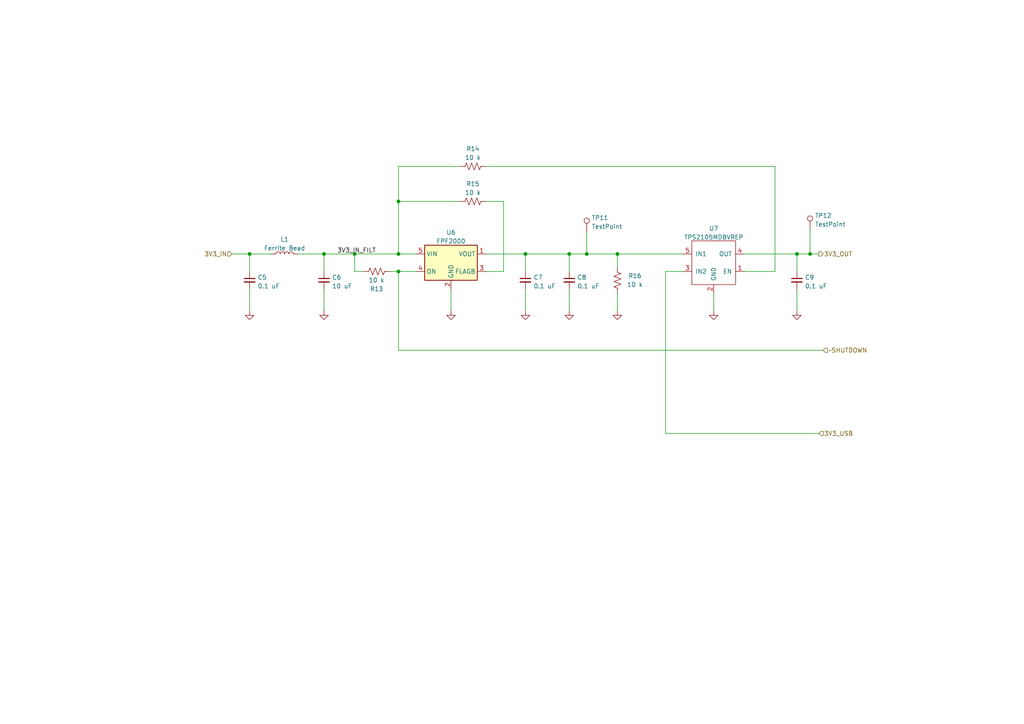
<source format=kicad_sch>
(kicad_sch (version 20211123) (generator eeschema)
  (paper "A4")
  (title_block (title "Avionics Board") (rev "A") (company "SilverSat Limited"))
  (lib_symbols
    (symbol "Connector:TestPoint" (pin_numbers hide) (pin_names (offset 0.762) hide)
      (property "Reference" "TP" (at 0 6.858 0))
      (property "Value" "TestPoint" (at 0 5.08 0))
      (symbol "TestPoint_0_1"
        (circle (center 0 3.302) (radius 0.762))
      )
      (symbol "TestPoint_1_1"
        (pin passive line (at 0 0 90) (length 2.54) (name "1") (number "1"))
      )
    )
    (symbol "Device:C_Small" (pin_numbers hide) (pin_names (offset 0.254) hide)
      (property "Reference" "C" (at 0.254 1.778 0))
      (property "Value" "C_Small" (at 0.254 -2.032 0))
      (symbol "C_Small_0_1"
        (polyline (pts (xy -1.524 -0.508) (xy 1.524 -0.508)) (stroke (width 0.3302)))
        (polyline (pts (xy -1.524 0.508) (xy 1.524 0.508)) (stroke (width 0.3048)))
      )
      (symbol "C_Small_1_1"
        (pin passive line (at 0 2.54 270) (length 2.032) (name "~") (number "1"))
        (pin passive line (at 0 -2.54 90) (length 2.032) (name "~") (number "2"))
      )
    )
    (symbol "Device:L" (pin_numbers hide) (pin_names (offset 1.016) hide)
      (property "Reference" "L" (at -1.27 0 90))
      (property "Value" "L" (at 1.905 0 90))
      (symbol "L_0_1"
        (arc (start 0 -2.54) (mid 0.635 -1.905) (end 0 -1.27))
        (arc (start 0 -1.27) (mid 0.635 -0.635) (end 0 0))
        (arc (start 0 0) (mid 0.635 0.635) (end 0 1.27))
        (arc (start 0 1.27) (mid 0.635 1.905) (end 0 2.54))
      )
      (symbol "L_1_1"
        (pin passive line (at 0 3.81 270) (length 1.27) (name "1") (number "1"))
        (pin passive line (at 0 -3.81 90) (length 1.27) (name "2") (number "2"))
      )
    )
    (symbol "Device:R_US" (pin_numbers hide) (pin_names (offset 0))
      (property "Reference" "R" (at 2.54 0 90))
      (property "Value" "R_US" (at -2.54 0 90))
      (symbol "R_US_0_1"
        (polyline (pts (xy 0 -2.286) (xy 0 -2.54)))
        (polyline (pts (xy 0 2.286) (xy 0 2.54)))
        (polyline (pts (xy 0 -0.762) (xy 1.016 -1.143) (xy 0 -1.524) (xy -1.016 -1.905) (xy 0 -2.286)))
        (polyline (pts (xy 0 0.762) (xy 1.016 0.381) (xy 0 0) (xy -1.016 -0.381) (xy 0 -0.762)))
        (polyline (pts (xy 0 2.286) (xy 1.016 1.905) (xy 0 1.524) (xy -1.016 1.143) (xy 0 0.762)))
      )
      (symbol "R_US_1_1"
        (pin passive line (at 0 3.81 270) (length 1.27) (name "~") (number "1"))
        (pin passive line (at 0 -3.81 90) (length 1.27) (name "~") (number "2"))
      )
    )
    (symbol "Power_Management:FPF2000"
      (property "Reference" "U" (at -7.62 6.35 0))
      (property "Value" "FPF2000" (at 3.81 6.35 0))
      (symbol "FPF2000_0_1"
        (rectangle (start -7.62 5.08) (end 7.62 -5.08) (stroke (width 0.254)) (fill (type background)))
      )
      (symbol "FPF2000_1_1"
        (pin power_out line (at 10.16 2.54 180) (length 2.54) (name "VOUT") (number "1"))
        (pin power_in line (at 0 -7.62 90) (length 2.54) (name "GND") (number "2"))
        (pin open_collector line (at 10.16 -2.54 180) (length 2.54) (name "FLAGB") (number "3"))
        (pin input line (at -10.16 -2.54 0) (length 2.54) (name "ON") (number "4"))
        (pin power_in line (at -10.16 2.54 0) (length 2.54) (name "VIN") (number "5"))
      )
    )
    (symbol "SilverSat_symbols:TPS2105MDBVREP" (pin_names (offset 1.016))
      (property "Reference" "U" (at -1.27 10.795 0))
      (property "Value" "TPS2105MDBVREP" (at 0.635 13.97 0))
      (symbol "TPS2105MDBVREP_0_1"
        (rectangle (start 6.35 -6.35) (end -6.35 6.35))
      )
      (symbol "TPS2105MDBVREP_1_1"
        (pin input line (at 8.89 -2.54 180) (length 2.54) (name "EN") (number "1"))
        (pin output line (at 0 -8.89 90) (length 2.54) (name "GND") (number "2"))
        (pin input line (at -8.89 -2.54 0) (length 2.54) (name "IN2") (number "3"))
        (pin output line (at 8.89 2.54 180) (length 2.54) (name "OUT") (number "4"))
        (pin input line (at -8.89 2.54 0) (length 2.54) (name "IN1") (number "5"))
      )
    )
    (symbol "power:GND" (power) (pin_names (offset 0))
      (property "Value" "GND" (at 0 -3.81 0))
      (symbol "GND_0_1"
        (polyline (pts (xy 0 0) (xy 0 -1.27) (xy 1.27 -1.27) (xy 0 -2.54) (xy -1.27 -1.27) (xy 0 -1.27)))
      )
      (symbol "GND_1_1"
        (pin power_in line (at 0 0 270) (length 0) hide (name "GND") (number "1"))
      )
    )
  )
  (junction (at 102.87 73.66))
  (junction (at 179.07 73.66))
  (junction (at 234.95 73.66))
  (junction (at 72.39 73.66))
  (junction (at 115.57 78.74))
  (junction (at 115.57 73.66))
  (junction (at 152.4 73.66))
  (junction (at 170.18 73.66))
  (junction (at 93.98 73.66))
  (junction (at 115.57 58.42))
  (junction (at 165.1 73.66))
  (junction (at 231.14 73.66))
  (wire (pts (xy 72.39 73.66) (xy 78.74 73.66)))
  (wire (pts (xy 146.05 78.74) (xy 146.05 58.42)))
  (wire (pts (xy 115.57 78.74) (xy 120.65 78.74)))
  (wire (pts (xy 234.95 73.66) (xy 237.49 73.66)))
  (wire (pts (xy 93.98 83.82) (xy 93.98 90.17)))
  (wire (pts (xy 179.07 73.66) (xy 179.07 77.47)))
  (wire (pts (xy 193.04 78.74) (xy 193.04 125.73)))
  (wire (pts (xy 234.95 66.675) (xy 234.95 73.66)))
  (wire (pts (xy 130.81 83.82) (xy 130.81 90.17)))
  (wire (pts (xy 165.1 73.66) (xy 165.1 78.74)))
  (wire (pts (xy 224.79 78.74) (xy 215.9 78.74)))
  (wire (pts (xy 224.79 48.26) (xy 224.79 78.74)))
  (wire (pts (xy 72.39 83.82) (xy 72.39 90.17)))
  (wire (pts (xy 93.98 73.66) (xy 93.98 78.74)))
  (wire (pts (xy 207.01 85.09) (xy 207.01 90.17)))
  (wire (pts (xy 133.35 48.26) (xy 115.57 48.26)))
  (wire (pts (xy 179.07 85.09) (xy 179.07 90.17)))
  (wire (pts (xy 115.57 73.66) (xy 120.65 73.66)))
  (wire (pts (xy 140.97 48.26) (xy 224.79 48.26)))
  (wire (pts (xy 140.97 78.74) (xy 146.05 78.74)))
  (wire (pts (xy 215.9 73.66) (xy 231.14 73.66)))
  (wire (pts (xy 115.57 48.26) (xy 115.57 58.42)))
  (wire (pts (xy 93.98 73.66) (xy 102.87 73.66)))
  (wire (pts (xy 238.76 101.6) (xy 115.57 101.6)))
  (wire (pts (xy 231.14 73.66) (xy 234.95 73.66)))
  (wire (pts (xy 231.14 83.82) (xy 231.14 90.17)))
  (wire (pts (xy 102.87 73.66) (xy 115.57 73.66)))
  (wire (pts (xy 146.05 58.42) (xy 140.97 58.42)))
  (wire (pts (xy 115.57 58.42) (xy 115.57 73.66)))
  (wire (pts (xy 152.4 73.66) (xy 152.4 78.74)))
  (wire (pts (xy 102.87 78.74) (xy 102.87 73.66)))
  (wire (pts (xy 170.18 73.66) (xy 179.07 73.66)))
  (wire (pts (xy 152.4 73.66) (xy 165.1 73.66)))
  (wire (pts (xy 165.1 73.66) (xy 170.18 73.66)))
  (wire (pts (xy 198.12 78.74) (xy 193.04 78.74)))
  (wire (pts (xy 133.35 58.42) (xy 115.57 58.42)))
  (wire (pts (xy 72.39 73.66) (xy 72.39 78.74)))
  (wire (pts (xy 86.36 73.66) (xy 93.98 73.66)))
  (wire (pts (xy 152.4 83.82) (xy 152.4 90.17)))
  (wire (pts (xy 67.31 73.66) (xy 72.39 73.66)))
  (wire (pts (xy 179.07 73.66) (xy 198.12 73.66)))
  (wire (pts (xy 105.41 78.74) (xy 102.87 78.74)))
  (wire (pts (xy 140.97 73.66) (xy 152.4 73.66)))
  (wire (pts (xy 170.18 67.31) (xy 170.18 73.66)))
  (wire (pts (xy 113.03 78.74) (xy 115.57 78.74)))
  (wire (pts (xy 115.57 101.6) (xy 115.57 78.74)))
  (wire (pts (xy 193.04 125.73) (xy 237.49 125.73)))
  (wire (pts (xy 231.14 73.66) (xy 231.14 78.74)))
  (wire (pts (xy 165.1 83.82) (xy 165.1 90.17)))
  (label "3V3_IN_FILT" (at 97.79 73.66 0))
  (hierarchical_label "3V3_IN" (shape input) (at 67.31 73.66 180))
  (hierarchical_label "3V3_USB" (shape input) (at 237.49 125.73 0))
  (hierarchical_label "~SHUTDOWN" (shape input) (at 238.76 101.6 0))
  (hierarchical_label "3V3_OUT" (shape output) (at 237.49 73.66 0))
  (symbol (lib_id "power:GND") (at 231.14 90.17 0) (unit 1)
    (property "Reference" "#PWR042" (effects hide))
    (property "Value" "GND" (effects hide))
  )
  (symbol (lib_id "power:GND") (at 179.07 90.17 0) (unit 1)
    (property "Reference" "#PWR040" (effects hide))
    (property "Value" "GND" (effects hide))
  )
  (symbol (lib_id "Connector:TestPoint") (at 170.18 67.31 0) (unit 1)
    (property "Reference" "TP11" (at 171.577 63.1733 0) (effects (justify left)))
    (property "Value" "TestPoint" (at 171.577 65.7102 0) (effects (justify left)))
    (property "Footprint" "TestPoint:TestPoint_Pad_2.0x2.0mm" (effects hide))
  )
  (symbol (lib_id "Device:C_Small") (at 231.14 81.28 0) (unit 1)
    (property "Reference" "C9" (at 233.4641 80.4516 0) (effects (justify left)))
    (property "Value" "0.1 uF" (at 233.4641 82.9885 0) (effects (justify left)))
    (property "Footprint" "Capacitor_SMD:C_0603_1608Metric" (effects hide))
  )
  (symbol (lib_id "power:GND") (at 72.39 90.17 0) (unit 1)
    (property "Reference" "#PWR0112" (effects hide))
    (property "Value" "GND" (effects hide))
  )
  (symbol (lib_id "Device:C_Small") (at 72.39 81.28 0) (unit 1)
    (property "Reference" "C5" (at 74.7141 80.4516 0) (effects (justify left)))
    (property "Value" "0.1 uF" (at 74.7141 82.9885 0) (effects (justify left)))
    (property "Footprint" "Capacitor_SMD:C_0603_1608Metric" (effects hide))
  )
  (symbol (lib_id "Connector:TestPoint") (at 234.95 66.675 0) (unit 1)
    (property "Reference" "TP12" (at 236.347 62.5383 0) (effects (justify left)))
    (property "Value" "TestPoint" (at 236.347 65.0752 0) (effects (justify left)))
    (property "Footprint" "TestPoint:TestPoint_Pad_2.0x2.0mm" (effects hide))
  )
  (symbol (lib_id "Device:C_Small") (at 165.1 81.28 0) (unit 1)
    (property "Reference" "C8" (at 167.4241 80.4516 0) (effects (justify left)))
    (property "Value" "0.1 uF" (at 167.4241 82.9885 0) (effects (justify left)))
    (property "Footprint" "Capacitor_SMD:C_0603_1608Metric" (effects hide))
  )
  (symbol (lib_id "power:GND") (at 165.1 90.17 0) (unit 1)
    (property "Reference" "#PWR039" (effects hide))
    (property "Value" "GND" (effects hide))
  )
  (symbol (lib_id "power:GND") (at 207.01 90.17 0) (unit 1)
    (property "Reference" "#PWR041" (effects hide))
    (property "Value" "GND" (effects hide))
  )
  (symbol (lib_id "Device:R_US") (at 109.22 78.74 90) (unit 1)
    (property "Reference" "R13" (at 109.22 83.82 90))
    (property "Value" "10 k" (at 109.22 81.28 90))
    (property "Footprint" "Resistor_SMD:R_0603_1608Metric" (effects hide))
    (property "Part_Number" "ERJ-3EKF1002V" (effects hide))
    (property "Manufacturer" "Panasonic" (effects hide))
  )
  (symbol (lib_id "Device:R_US") (at 137.16 58.42 90) (unit 1)
    (property "Reference" "R15" (at 137.16 53.34 90))
    (property "Value" "10 k" (at 137.16 55.88 90))
    (property "Footprint" "Resistor_SMD:R_0603_1608Metric" (effects hide))
    (property "Part_Number" "ERJ-3EKF1002V" (effects hide))
    (property "Manufacturer" "Panasonic" (effects hide))
  )
  (symbol (lib_id "Power_Management:FPF2000") (at 130.81 76.2 0) (unit 1)
    (property "Reference" "U6" (at 130.81 67.4202 0))
    (property "Value" "FPF2000" (at 130.81 69.9571 0))
    (property "Footprint" "Package_TO_SOT_SMD:SOT-353_SC-70-5" (effects hide))
    (property "Datasheet" "https://www.onsemi.com/pub/Collateral/FPF2001-D.pdf" (effects hide))
  )
  (symbol (lib_id "Device:C_Small") (at 152.4 81.28 0) (unit 1)
    (property "Reference" "C7" (at 154.7241 80.4516 0) (effects (justify left)))
    (property "Value" "0.1 uF" (at 154.7241 82.9885 0) (effects (justify left)))
    (property "Footprint" "Capacitor_SMD:C_0603_1608Metric" (effects hide))
  )
  (symbol (lib_id "Device:L") (at 82.55 73.66 90) (unit 1)
    (property "Reference" "L1" (at 82.55 69.4522 90))
    (property "Value" "Ferrite Bead" (at 82.55 71.9891 90))
    (property "Footprint" "Inductor_SMD:L_0603_1608Metric" (effects hide))
    (property "Part_Number" "BLM18SP102SH1D" (effects hide))
    (property "Manufacturer" "Murata" (effects hide))
  )
  (symbol (lib_id "Device:C_Small") (at 93.98 81.28 0) (unit 1)
    (property "Reference" "C6" (at 96.3041 80.4516 0) (effects (justify left)))
    (property "Value" "10 uF" (at 96.3041 82.9885 0) (effects (justify left)))
    (property "Footprint" "Capacitor_SMD:C_2220_5650Metric_Pad1.97x5.40mm_HandSolder" (effects hide))
    (property "Part_Number" "22205C106K4Z4A" (effects hide))
    (property "Manufacturer" "AVX" (effects hide))
  )
  (symbol (lib_id "Device:R_US") (at 137.16 48.26 90) (unit 1)
    (property "Reference" "R14" (at 137.16 43.18 90))
    (property "Value" "10 k" (at 137.16 45.72 90))
    (property "Footprint" "Resistor_SMD:R_0603_1608Metric" (effects hide))
    (property "Part_Number" "ERJ-3EKF1002V" (effects hide))
    (property "Manufacturer" "Panasonic" (effects hide))
  )
  (symbol (lib_id "Device:R_US") (at 179.07 81.28 0) (unit 1)
    (property "Reference" "R16" (at 184.15 80.01 0))
    (property "Value" "10 k" (at 184.15 82.55 0))
    (property "Footprint" "Resistor_SMD:R_0603_1608Metric" (effects hide))
    (property "Part_Number" "ERJ-3EKF1002V" (effects hide))
    (property "Manufacturer" "Panasonic" (effects hide))
  )
  (symbol (lib_id "power:GND") (at 93.98 90.17 0) (unit 1)
    (property "Reference" "#PWR0111" (effects hide))
    (property "Value" "GND" (effects hide))
  )
  (symbol (lib_id "power:GND") (at 152.4 90.17 0) (unit 1)
    (property "Reference" "#PWR0113" (effects hide))
    (property "Value" "GND" (effects hide))
  )
  (symbol (lib_id "power:GND") (at 130.81 90.17 0) (unit 1)
    (property "Reference" "#PWR0114" (effects hide))
    (property "Value" "GND" (effects hide))
  )
  (symbol (lib_id "SilverSat_symbols:TPS2105MDBVREP") (at 207.01 76.2 0) (unit 1)
    (property "Reference" "U7" (at 207.01 66.2772 0))
    (property "Value" "TPS2105MDBVREP" (at 207.01 68.8141 0))
    (property "Footprint" "Package_TO_SOT_SMD:SOT-23-5" (effects hide))
    (property "Datasheet" "https://www.ti.com/lit/ds/symlink/tps2105-ep.pdf?ts=1649521515894&ref_url=https%253A%252F%252Fwww.ti.com%252Fsitesearch%252Fen-us%252Fdocs%252Funiversalsearch.tsp%253FlangPref%253Den-US%2526searchTerm%253DTPS2105-EP%2526nr%253D12" (effects hide))
  )
)
</source>
